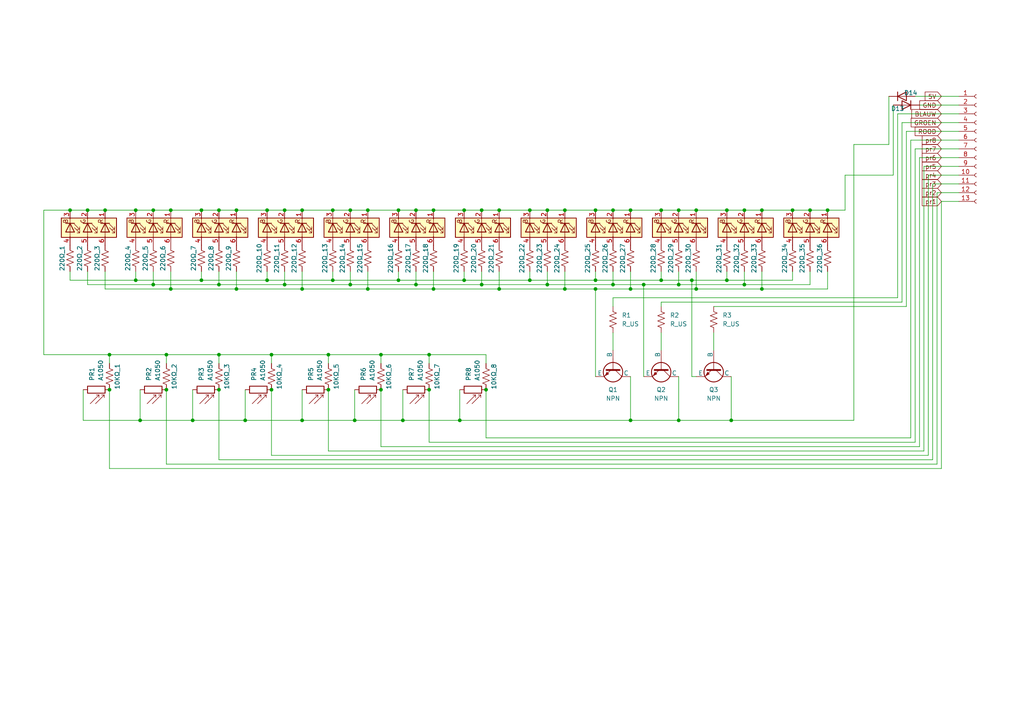
<source format=kicad_sch>
(kicad_sch (version 20231120) (generator "eeschema") (generator_version "8.0")
  (paper "A4")
  (title_block (title "Onderste PCB") (date "2024-10-08") (company "Mendelcollege"))
  (lib_symbols
    (symbol "Connector:Conn_01x13_Socket" (pin_names (offset 1.016) hide)
      (property "Reference" "J" (at 0 17.78 0))
      (property "Value" "Conn_01x13_Socket" (at 0 -17.78 0))
      (symbol "Conn_01x13_Socket_1_1"
        (arc (start 0 -14.732) (mid -0.5058 -15.24) (end 0 -15.748) (stroke (width 0.1524)))
        (arc (start 0 -12.192) (mid -0.5058 -12.7) (end 0 -13.208) (stroke (width 0.1524)))
        (arc (start 0 -9.652) (mid -0.5058 -10.16) (end 0 -10.668) (stroke (width 0.1524)))
        (arc (start 0 -7.112) (mid -0.5058 -7.62) (end 0 -8.128) (stroke (width 0.1524)))
        (arc (start 0 -4.572) (mid -0.5058 -5.08) (end 0 -5.588) (stroke (width 0.1524)))
        (arc (start 0 -2.032) (mid -0.5058 -2.54) (end 0 -3.048) (stroke (width 0.1524)))
        (polyline (pts (xy -1.27 -15.24) (xy -0.508 -15.24)) (stroke (width 0.1524)))
        (polyline (pts (xy -1.27 -12.7) (xy -0.508 -12.7)) (stroke (width 0.1524)))
        (polyline (pts (xy -1.27 -10.16) (xy -0.508 -10.16)) (stroke (width 0.1524)))
        (polyline (pts (xy -1.27 -7.62) (xy -0.508 -7.62)) (stroke (width 0.1524)))
        (polyline (pts (xy -1.27 -5.08) (xy -0.508 -5.08)) (stroke (width 0.1524)))
        (polyline (pts (xy -1.27 -2.54) (xy -0.508 -2.54)) (stroke (width 0.1524)))
        (polyline (pts (xy -1.27 0) (xy -0.508 0)) (stroke (width 0.1524)))
        (polyline (pts (xy -1.27 2.54) (xy -0.508 2.54)) (stroke (width 0.1524)))
        (polyline (pts (xy -1.27 5.08) (xy -0.508 5.08)) (stroke (width 0.1524)))
        (polyline (pts (xy -1.27 7.62) (xy -0.508 7.62)) (stroke (width 0.1524)))
        (polyline (pts (xy -1.27 10.16) (xy -0.508 10.16)) (stroke (width 0.1524)))
        (polyline (pts (xy -1.27 12.7) (xy -0.508 12.7)) (stroke (width 0.1524)))
        (polyline (pts (xy -1.27 15.24) (xy -0.508 15.24)) (stroke (width 0.1524)))
        (arc (start 0 0.508) (mid -0.5058 0) (end 0 -0.508) (stroke (width 0.1524)))
        (arc (start 0 3.048) (mid -0.5058 2.54) (end 0 2.032) (stroke (width 0.1524)))
        (arc (start 0 5.588) (mid -0.5058 5.08) (end 0 4.572) (stroke (width 0.1524)))
        (arc (start 0 8.128) (mid -0.5058 7.62) (end 0 7.112) (stroke (width 0.1524)))
        (arc (start 0 10.668) (mid -0.5058 10.16) (end 0 9.652) (stroke (width 0.1524)))
        (arc (start 0 13.208) (mid -0.5058 12.7) (end 0 12.192) (stroke (width 0.1524)))
        (arc (start 0 15.748) (mid -0.5058 15.24) (end 0 14.732) (stroke (width 0.1524)))
        (pin passive line (at -5.08 15.24 0) (length 3.81) (name "Pin_1") (number "1"))
        (pin passive line (at -5.08 -7.62 0) (length 3.81) (name "Pin_10") (number "10"))
        (pin passive line (at -5.08 -10.16 0) (length 3.81) (name "Pin_11") (number "11"))
        (pin passive line (at -5.08 -12.7 0) (length 3.81) (name "Pin_12") (number "12"))
        (pin passive line (at -5.08 -15.24 0) (length 3.81) (name "Pin_13") (number "13"))
        (pin passive line (at -5.08 12.7 0) (length 3.81) (name "Pin_2") (number "2"))
        (pin passive line (at -5.08 10.16 0) (length 3.81) (name "Pin_3") (number "3"))
        (pin passive line (at -5.08 7.62 0) (length 3.81) (name "Pin_4") (number "4"))
        (pin passive line (at -5.08 5.08 0) (length 3.81) (name "Pin_5") (number "5"))
        (pin passive line (at -5.08 2.54 0) (length 3.81) (name "Pin_6") (number "6"))
        (pin passive line (at -5.08 0 0) (length 3.81) (name "Pin_7") (number "7"))
        (pin passive line (at -5.08 -2.54 0) (length 3.81) (name "Pin_8") (number "8"))
        (pin passive line (at -5.08 -5.08 0) (length 3.81) (name "Pin_9") (number "9"))
      )
    )
    (symbol "Device:LED_RGB" (pin_names (offset 0) hide)
      (property "Reference" "D" (at 0 9.398 0))
      (property "Value" "LED_RGB" (at 0 -8.89 0))
      (symbol "LED_RGB_0_0"
        (text "B" (at -1.905 -6.35 0) (effects (font (size 1.27 1.27))))
        (text "G" (at -1.905 -1.27 0) (effects (font (size 1.27 1.27))))
        (text "R" (at -1.905 3.81 0) (effects (font (size 1.27 1.27))))
      )
      (symbol "LED_RGB_0_1"
        (polyline (pts (xy -1.27 -5.08) (xy -2.54 -5.08)))
        (polyline (pts (xy -1.27 -5.08) (xy 1.27 -5.08)))
        (polyline (pts (xy -1.27 -3.81) (xy -1.27 -6.35)) (stroke (width 0.254)))
        (polyline (pts (xy -1.27 0) (xy -2.54 0)))
        (polyline (pts (xy -1.27 1.27) (xy -1.27 -1.27)) (stroke (width 0.254)))
        (polyline (pts (xy -1.27 5.08) (xy -2.54 5.08)))
        (polyline (pts (xy -1.27 5.08) (xy 1.27 5.08)))
        (polyline (pts (xy -1.27 6.35) (xy -1.27 3.81)) (stroke (width 0.254)))
        (polyline (pts (xy 1.27 -5.08) (xy 2.54 -5.08)))
        (polyline (pts (xy 1.27 0) (xy -1.27 0)))
        (polyline (pts (xy 1.27 0) (xy 2.54 0)))
        (polyline (pts (xy 1.27 5.08) (xy 2.54 5.08)))
        (polyline (pts (xy -1.27 1.27) (xy -1.27 -1.27) (xy -1.27 -1.27)))
        (polyline (pts (xy -1.27 6.35) (xy -1.27 3.81) (xy -1.27 3.81)))
        (polyline (pts (xy 1.27 -3.81) (xy 1.27 -6.35) (xy -1.27 -5.08) (xy 1.27 -3.81)) (stroke (width 0.254)))
        (polyline (pts (xy 1.27 1.27) (xy 1.27 -1.27) (xy -1.27 0) (xy 1.27 1.27)) (stroke (width 0.254)))
        (polyline (pts (xy 1.27 6.35) (xy 1.27 3.81) (xy -1.27 5.08) (xy 1.27 6.35)) (stroke (width 0.254)))
        (polyline (pts (xy -1.016 -3.81) (xy 0.508 -2.286) (xy -0.254 -2.286) (xy 0.508 -2.286) (xy 0.508 -3.048)))
        (polyline (pts (xy -1.016 1.27) (xy 0.508 2.794) (xy -0.254 2.794) (xy 0.508 2.794) (xy 0.508 2.032)))
        (polyline (pts (xy -1.016 6.35) (xy 0.508 7.874) (xy -0.254 7.874) (xy 0.508 7.874) (xy 0.508 7.112)))
        (polyline (pts (xy 0 -3.81) (xy 1.524 -2.286) (xy 0.762 -2.286) (xy 1.524 -2.286) (xy 1.524 -3.048)))
        (polyline (pts (xy 0 1.27) (xy 1.524 2.794) (xy 0.762 2.794) (xy 1.524 2.794) (xy 1.524 2.032)))
        (polyline (pts (xy 0 6.35) (xy 1.524 7.874) (xy 0.762 7.874) (xy 1.524 7.874) (xy 1.524 7.112)))
        (rectangle (start 1.27 -1.27) (end 1.27 1.27))
        (rectangle (start 1.27 1.27) (end 1.27 1.27))
        (rectangle (start 1.27 3.81) (end 1.27 6.35))
        (rectangle (start 1.27 6.35) (end 1.27 6.35))
        (rectangle (start 2.794 8.382) (end -2.794 -7.62) (stroke (width 0.254)) (fill (type background)))
      )
      (symbol "LED_RGB_1_1"
        (pin passive line (at -5.08 5.08 0) (length 2.54) (name "RK") (number "1"))
        (pin passive line (at -5.08 0 0) (length 2.54) (name "GK") (number "2"))
        (pin passive line (at -5.08 -5.08 0) (length 2.54) (name "BK") (number "3"))
        (pin passive line (at 5.08 -5.08 180) (length 2.54) (name "BA") (number "4"))
        (pin passive line (at 5.08 0 180) (length 2.54) (name "GA") (number "5"))
        (pin passive line (at 5.08 5.08 180) (length 2.54) (name "RA") (number "6"))
      )
    )
    (symbol "Library:A1050" (pin_numbers hide) (pin_names (offset 0))
      (property "Reference" "R" (at -5.08 0 90))
      (property "Value" "A1050" (at 1.905 0 90))
      (symbol "A1050_0_1"
        (rectangle (start -1.016 2.54) (end 1.016 -2.54) (stroke (width 0.254)))
        (polyline (pts (xy -1.524 -2.286) (xy -4.064 0.254)))
        (polyline (pts (xy -1.524 -2.286) (xy -2.286 -2.286)))
        (polyline (pts (xy -1.524 -2.286) (xy -1.524 -1.524)))
        (polyline (pts (xy -1.524 -0.762) (xy -4.064 1.778)))
        (polyline (pts (xy -1.524 -0.762) (xy -2.286 -0.762)))
        (polyline (pts (xy -1.524 -0.762) (xy -1.524 0)))
      )
      (symbol "A1050_1_1"
        (pin passive line (at 0 3.81 270) (length 1.27) (name "~") (number "1"))
        (pin passive line (at 0 -3.81 90) (length 1.27) (name "~") (number "2"))
      )
    )
    (symbol "Library:D" (pin_numbers hide) (pin_names (offset 1.016) hide)
      (property "Reference" "D" (at 0 2.54 0))
      (property "Value" "D" (at 0 -2.54 0))
      (symbol "D_0_1"
        (polyline (pts (xy -1.27 1.27) (xy -1.27 -1.27)) (stroke (width 0.254)))
        (polyline (pts (xy 1.27 0) (xy -1.27 0)))
        (polyline (pts (xy 1.27 1.27) (xy 1.27 -1.27) (xy -1.27 0) (xy 1.27 1.27)) (stroke (width 0.254)))
      )
      (symbol "D_1_1"
        (pin passive line (at -3.81 0 0) (length 2.54) (name "K") (number "1"))
        (pin passive line (at 3.81 0 180) (length 2.54) (name "A") (number "2"))
      )
    )
    (symbol "Library:NPN" (pin_numbers hide) (pin_names (offset 0))
      (property "Reference" "Q" (at -2.54 7.62 0))
      (property "Value" "NPN" (at -2.54 5.08 0))
      (symbol "NPN_0_1"
        (polyline (pts (xy -2.54 0) (xy 0.635 0)) (stroke (width 0.1524)))
        (polyline (pts (xy 0.635 0.635) (xy 2.54 2.54)))
        (polyline (pts (xy 2.794 -1.27) (xy 2.794 -1.27)) (stroke (width 0.1524)))
        (polyline (pts (xy 2.794 -1.27) (xy 2.794 -1.27)) (stroke (width 0.1524)))
        (polyline (pts (xy 0.635 -0.635) (xy 2.54 -2.54) (xy 2.54 -2.54)))
        (polyline (pts (xy 0.635 1.905) (xy 0.635 -1.905) (xy 0.635 -1.905)) (stroke (width 0.508)))
        (polyline (pts (xy 1.27 -1.778) (xy 1.778 -1.27) (xy 2.286 -2.286) (xy 1.27 -1.778) (xy 1.27 -1.778)) (fill (type outline)))
        (circle (center 1.27 0) (radius 2.8194) (stroke (width 0.254)))
      )
      (symbol "NPN_1_1"
        (pin open_collector line (at 2.54 5.08 270) (length 2.54) (name "C") (number "1"))
        (pin input line (at -5.08 0 0) (length 2.54) (name "B") (number "2"))
        (pin open_emitter line (at 2.54 -5.08 90) (length 2.54) (name "E") (number "3"))
      )
    )
    (symbol "Library:R_US" (pin_numbers hide) (pin_names (offset 0))
      (property "Reference" "R" (at 2.54 0 90))
      (property "Value" "R_US" (at -2.54 0 90))
      (symbol "R_US_0_1"
        (polyline (pts (xy 0 -2.286) (xy 0 -2.54)))
        (polyline (pts (xy 0 2.286) (xy 0 2.54)))
        (polyline (pts (xy 0 -0.762) (xy 1.016 -1.143) (xy 0 -1.524) (xy -1.016 -1.905) (xy 0 -2.286)))
        (polyline (pts (xy 0 0.762) (xy 1.016 0.381) (xy 0 0) (xy -1.016 -0.381) (xy 0 -0.762)))
        (polyline (pts (xy 0 2.286) (xy 1.016 1.905) (xy 0 1.524) (xy -1.016 1.143) (xy 0 0.762)))
      )
      (symbol "R_US_1_1"
        (pin passive line (at 0 3.81 270) (length 1.27) (name "~") (number "1"))
        (pin passive line (at 0 -3.81 90) (length 1.27) (name "~") (number "2"))
      )
    )
  )
  (junction (at 102.87 121.92))
  (junction (at 125.73 60.96))
  (junction (at 196.85 121.92))
  (junction (at 101.6 82.55))
  (junction (at 77.47 81.28))
  (junction (at 48.26 102.87))
  (junction (at 144.78 83.82))
  (junction (at 116.84 121.92))
  (junction (at 71.12 121.92))
  (junction (at 182.88 83.82))
  (junction (at 144.78 60.96))
  (junction (at 63.5 113.03))
  (junction (at 20.32 60.96))
  (junction (at 240.03 60.96))
  (junction (at 39.37 81.28))
  (junction (at 212.09 121.92))
  (junction (at 58.42 81.28))
  (junction (at 82.55 82.55))
  (junction (at 39.37 60.96))
  (junction (at 95.25 113.03))
  (junction (at 101.6 60.96))
  (junction (at 133.35 121.92))
  (junction (at 139.7 82.55))
  (junction (at 163.83 60.96))
  (junction (at 82.55 60.96))
  (junction (at 115.57 60.96))
  (junction (at 49.53 83.82))
  (junction (at 110.49 113.03))
  (junction (at 158.75 60.96))
  (junction (at 201.93 83.82))
  (junction (at 31.75 102.87))
  (junction (at 191.77 60.96))
  (junction (at 49.53 60.96))
  (junction (at 139.7 60.96))
  (junction (at 87.63 121.92))
  (junction (at 106.68 60.96))
  (junction (at 134.62 60.96))
  (junction (at 125.73 83.82))
  (junction (at 48.26 113.03))
  (junction (at 68.58 83.82))
  (junction (at 234.95 60.96))
  (junction (at 201.93 60.96))
  (junction (at 215.9 60.96))
  (junction (at 182.88 121.92))
  (junction (at 115.57 81.28))
  (junction (at 30.48 60.96))
  (junction (at 200.66 81.28))
  (junction (at 220.98 60.96))
  (junction (at 158.75 82.55))
  (junction (at 140.97 113.03))
  (junction (at 210.82 60.96))
  (junction (at 196.85 82.55))
  (junction (at 186.69 82.55))
  (junction (at 96.52 60.96))
  (junction (at 229.87 60.96))
  (junction (at 55.88 121.92))
  (junction (at 63.5 102.87))
  (junction (at 58.42 60.96))
  (junction (at 44.45 82.55))
  (junction (at 172.72 81.28))
  (junction (at 196.85 60.96))
  (junction (at 78.74 113.03))
  (junction (at 124.46 102.87))
  (junction (at 153.67 60.96))
  (junction (at 172.72 83.82))
  (junction (at 134.62 81.28))
  (junction (at 182.88 60.96))
  (junction (at 87.63 60.96))
  (junction (at 210.82 81.28))
  (junction (at 68.58 60.96))
  (junction (at 63.5 82.55))
  (junction (at 172.72 60.96))
  (junction (at 77.47 60.96))
  (junction (at 124.46 113.03))
  (junction (at 40.64 121.92))
  (junction (at 44.45 60.96))
  (junction (at 153.67 81.28))
  (junction (at 110.49 102.87))
  (junction (at 220.98 83.82))
  (junction (at 215.9 82.55))
  (junction (at 177.8 82.55))
  (junction (at 163.83 83.82))
  (junction (at 191.77 81.28))
  (junction (at 120.65 82.55))
  (junction (at 177.8 60.96))
  (junction (at 63.5 60.96))
  (junction (at 120.65 60.96))
  (junction (at 96.52 81.28))
  (junction (at 78.74 102.87))
  (junction (at 106.68 83.82))
  (junction (at 25.4 60.96))
  (junction (at 95.25 102.87))
  (junction (at 87.63 83.82))
  (junction (at 31.75 113.03))
  (wire (pts (xy 261.62 87.63) (xy 191.77 87.63)))
  (wire (pts (xy 177.8 82.55) (xy 177.8 78.74)))
  (wire (pts (xy 95.25 102.87) (xy 95.25 105.41)))
  (wire (pts (xy 106.68 83.82) (xy 106.68 78.74)))
  (wire (pts (xy 134.62 81.28) (xy 134.62 78.74)))
  (wire (pts (xy 264.16 40.64) (xy 278.13 40.64)))
  (wire (pts (xy 261.62 35.56) (xy 278.13 35.56)))
  (wire (pts (xy 264.16 127) (xy 264.16 40.64)))
  (wire (pts (xy 262.89 38.1) (xy 262.89 88.9)))
  (wire (pts (xy 133.35 121.92) (xy 182.88 121.92)))
  (wire (pts (xy 101.6 60.96) (xy 106.68 60.96)))
  (wire (pts (xy 182.88 121.92) (xy 196.85 121.92)))
  (wire (pts (xy 116.84 121.92) (xy 133.35 121.92)))
  (wire (pts (xy 87.63 121.92) (xy 87.63 113.03)))
  (wire (pts (xy 63.5 82.55) (xy 63.5 78.74)))
  (wire (pts (xy 139.7 82.55) (xy 120.65 82.55)))
  (wire (pts (xy 229.87 81.28) (xy 229.87 78.74)))
  (wire (pts (xy 55.88 113.03) (xy 55.88 121.92)))
  (wire (pts (xy 234.95 78.74) (xy 234.95 82.55)))
  (wire (pts (xy 240.03 83.82) (xy 240.03 78.74)))
  (wire (pts (xy 212.09 121.92) (xy 247.65 121.92)))
  (wire (pts (xy 110.49 129.54) (xy 266.7 129.54)))
  (wire (pts (xy 78.74 132.08) (xy 269.24 132.08)))
  (wire (pts (xy 270.51 53.34) (xy 278.13 53.34)))
  (wire (pts (xy 200.66 81.28) (xy 210.82 81.28)))
  (wire (pts (xy 96.52 81.28) (xy 115.57 81.28)))
  (wire (pts (xy 110.49 105.41) (xy 110.49 102.87)))
  (wire (pts (xy 115.57 60.96) (xy 120.65 60.96)))
  (wire (pts (xy 20.32 81.28) (xy 39.37 81.28)))
  (wire (pts (xy 270.51 133.35) (xy 63.5 133.35)))
  (wire (pts (xy 12.7 60.96) (xy 20.32 60.96)))
  (wire (pts (xy 210.82 81.28) (xy 210.82 78.74)))
  (wire (pts (xy 220.98 83.82) (xy 220.98 78.74)))
  (wire (pts (xy 267.97 48.26) (xy 278.13 48.26)))
  (wire (pts (xy 63.5 60.96) (xy 68.58 60.96)))
  (wire (pts (xy 30.48 83.82) (xy 49.53 83.82)))
  (wire (pts (xy 220.98 60.96) (xy 229.87 60.96)))
  (wire (pts (xy 102.87 121.92) (xy 87.63 121.92)))
  (wire (pts (xy 63.5 113.03) (xy 63.5 133.35)))
  (wire (pts (xy 110.49 102.87) (xy 124.46 102.87)))
  (wire (pts (xy 191.77 60.96) (xy 196.85 60.96)))
  (wire (pts (xy 153.67 81.28) (xy 172.72 81.28)))
  (wire (pts (xy 63.5 105.41) (xy 63.5 102.87)))
  (wire (pts (xy 40.64 121.92) (xy 24.13 121.92)))
  (wire (pts (xy 39.37 60.96) (xy 44.45 60.96)))
  (wire (pts (xy 191.77 87.63) (xy 191.77 88.9)))
  (wire (pts (xy 245.11 50.8) (xy 259.08 50.8)))
  (wire (pts (xy 71.12 121.92) (xy 71.12 113.03)))
  (wire (pts (xy 30.48 78.74) (xy 30.48 83.82)))
  (wire (pts (xy 78.74 102.87) (xy 95.25 102.87)))
  (wire (pts (xy 196.85 60.96) (xy 201.93 60.96)))
  (wire (pts (xy 265.43 128.27) (xy 124.46 128.27)))
  (wire (pts (xy 124.46 105.41) (xy 124.46 102.87)))
  (wire (pts (xy 96.52 60.96) (xy 101.6 60.96)))
  (wire (pts (xy 96.52 81.28) (xy 96.52 78.74)))
  (wire (pts (xy 182.88 121.92) (xy 182.88 109.22)))
  (wire (pts (xy 124.46 102.87) (xy 140.97 102.87)))
  (wire (pts (xy 182.88 83.82) (xy 182.88 78.74)))
  (wire (pts (xy 102.87 121.92) (xy 116.84 121.92)))
  (wire (pts (xy 24.13 121.92) (xy 24.13 113.03)))
  (wire (pts (xy 186.69 109.22) (xy 186.69 82.55)))
  (wire (pts (xy 120.65 82.55) (xy 120.65 78.74)))
  (wire (pts (xy 201.93 109.22) (xy 200.66 109.22)))
  (wire (pts (xy 25.4 82.55) (xy 25.4 78.74)))
  (wire (pts (xy 63.5 82.55) (xy 44.45 82.55)))
  (wire (pts (xy 153.67 81.28) (xy 153.67 78.74)))
  (wire (pts (xy 201.93 83.82) (xy 201.93 78.74)))
  (wire (pts (xy 44.45 82.55) (xy 44.45 78.74)))
  (wire (pts (xy 77.47 81.28) (xy 96.52 81.28)))
  (wire (pts (xy 140.97 127) (xy 264.16 127)))
  (wire (pts (xy 163.83 83.82) (xy 163.83 78.74)))
  (wire (pts (xy 234.95 60.96) (xy 240.03 60.96)))
  (wire (pts (xy 266.7 129.54) (xy 266.7 45.72)))
  (wire (pts (xy 78.74 105.41) (xy 78.74 102.87)))
  (wire (pts (xy 58.42 81.28) (xy 58.42 78.74)))
  (wire (pts (xy 177.8 88.9) (xy 177.8 86.36)))
  (wire (pts (xy 229.87 60.96) (xy 234.95 60.96)))
  (wire (pts (xy 39.37 81.28) (xy 58.42 81.28)))
  (wire (pts (xy 58.42 60.96) (xy 63.5 60.96)))
  (wire (pts (xy 210.82 60.96) (xy 215.9 60.96)))
  (wire (pts (xy 87.63 83.82) (xy 87.63 78.74)))
  (wire (pts (xy 273.05 135.89) (xy 31.75 135.89)))
  (wire (pts (xy 49.53 60.96) (xy 58.42 60.96)))
  (wire (pts (xy 177.8 96.52) (xy 177.8 101.6)))
  (wire (pts (xy 48.26 102.87) (xy 48.26 105.41)))
  (wire (pts (xy 58.42 81.28) (xy 77.47 81.28)))
  (wire (pts (xy 271.78 55.88) (xy 271.78 134.62)))
  (wire (pts (xy 133.35 121.92) (xy 133.35 113.03)))
  (wire (pts (xy 106.68 60.96) (xy 115.57 60.96)))
  (wire (pts (xy 25.4 60.96) (xy 30.48 60.96)))
  (wire (pts (xy 245.11 50.8) (xy 245.11 60.96)))
  (wire (pts (xy 68.58 83.82) (xy 68.58 78.74)))
  (wire (pts (xy 207.01 88.9) (xy 262.89 88.9)))
  (wire (pts (xy 78.74 113.03) (xy 78.74 132.08)))
  (wire (pts (xy 265.43 43.18) (xy 265.43 128.27)))
  (wire (pts (xy 265.43 43.18) (xy 278.13 43.18)))
  (wire (pts (xy 77.47 81.28) (xy 77.47 78.74)))
  (wire (pts (xy 153.67 60.96) (xy 158.75 60.96)))
  (wire (pts (xy 20.32 78.74) (xy 20.32 81.28)))
  (wire (pts (xy 49.53 83.82) (xy 49.53 78.74)))
  (wire (pts (xy 12.7 102.87) (xy 31.75 102.87)))
  (wire (pts (xy 269.24 132.08) (xy 269.24 50.8)))
  (wire (pts (xy 177.8 60.96) (xy 182.88 60.96)))
  (wire (pts (xy 273.05 135.89) (xy 273.05 58.42)))
  (wire (pts (xy 182.88 60.96) (xy 191.77 60.96)))
  (wire (pts (xy 266.7 30.48) (xy 278.13 30.48)))
  (wire (pts (xy 191.77 81.28) (xy 200.66 81.28)))
  (wire (pts (xy 186.69 82.55) (xy 196.85 82.55)))
  (wire (pts (xy 63.5 102.87) (xy 48.26 102.87)))
  (wire (pts (xy 115.57 81.28) (xy 115.57 78.74)))
  (wire (pts (xy 247.65 41.91) (xy 247.65 121.92)))
  (wire (pts (xy 77.47 60.96) (xy 82.55 60.96)))
  (wire (pts (xy 201.93 60.96) (xy 210.82 60.96)))
  (wire (pts (xy 200.66 109.22) (xy 200.66 81.28)))
  (wire (pts (xy 172.72 60.96) (xy 177.8 60.96)))
  (wire (pts (xy 31.75 102.87) (xy 48.26 102.87)))
  (wire (pts (xy 182.88 83.82) (xy 201.93 83.82)))
  (wire (pts (xy 82.55 82.55) (xy 82.55 78.74)))
  (wire (pts (xy 196.85 109.22) (xy 196.85 121.92)))
  (wire (pts (xy 63.5 102.87) (xy 78.74 102.87)))
  (wire (pts (xy 210.82 81.28) (xy 229.87 81.28)))
  (wire (pts (xy 87.63 83.82) (xy 106.68 83.82)))
  (wire (pts (xy 134.62 60.96) (xy 139.7 60.96)))
  (wire (pts (xy 267.97 130.81) (xy 95.25 130.81)))
  (wire (pts (xy 125.73 83.82) (xy 125.73 78.74)))
  (wire (pts (xy 259.08 50.8) (xy 259.08 30.48)))
  (wire (pts (xy 102.87 113.03) (xy 102.87 121.92)))
  (wire (pts (xy 116.84 121.92) (xy 116.84 113.03)))
  (wire (pts (xy 172.72 109.22) (xy 172.72 83.82)))
  (wire (pts (xy 177.8 86.36) (xy 260.35 86.36)))
  (wire (pts (xy 101.6 82.55) (xy 82.55 82.55)))
  (wire (pts (xy 134.62 81.28) (xy 153.67 81.28)))
  (wire (pts (xy 31.75 105.41) (xy 31.75 102.87)))
  (wire (pts (xy 140.97 102.87) (xy 140.97 105.41)))
  (wire (pts (xy 273.05 58.42) (xy 278.13 58.42)))
  (wire (pts (xy 55.88 121.92) (xy 71.12 121.92)))
  (wire (pts (xy 110.49 102.87) (xy 95.25 102.87)))
  (wire (pts (xy 49.53 83.82) (xy 68.58 83.82)))
  (wire (pts (xy 125.73 60.96) (xy 134.62 60.96)))
  (wire (pts (xy 144.78 83.82) (xy 144.78 78.74)))
  (wire (pts (xy 48.26 113.03) (xy 48.26 134.62)))
  (wire (pts (xy 240.03 60.96) (xy 245.11 60.96)))
  (wire (pts (xy 212.09 109.22) (xy 212.09 121.92)))
  (wire (pts (xy 158.75 82.55) (xy 139.7 82.55)))
  (wire (pts (xy 215.9 60.96) (xy 220.98 60.96)))
  (wire (pts (xy 163.83 83.82) (xy 172.72 83.82)))
  (wire (pts (xy 191.77 81.28) (xy 191.77 78.74)))
  (wire (pts (xy 247.65 41.91) (xy 257.81 41.91)))
  (wire (pts (xy 220.98 83.82) (xy 240.03 83.82)))
  (wire (pts (xy 82.55 82.55) (xy 63.5 82.55)))
  (wire (pts (xy 265.43 27.94) (xy 278.13 27.94)))
  (wire (pts (xy 267.97 48.26) (xy 267.97 130.81)))
  (wire (pts (xy 201.93 83.82) (xy 220.98 83.82)))
  (wire (pts (xy 196.85 121.92) (xy 212.09 121.92)))
  (wire (pts (xy 269.24 50.8) (xy 278.13 50.8)))
  (wire (pts (xy 262.89 38.1) (xy 278.13 38.1)))
  (wire (pts (xy 125.73 83.82) (xy 144.78 83.82)))
  (wire (pts (xy 271.78 55.88) (xy 278.13 55.88)))
  (wire (pts (xy 139.7 82.55) (xy 139.7 78.74)))
  (wire (pts (xy 31.75 113.03) (xy 31.75 135.89)))
  (wire (pts (xy 39.37 81.28) (xy 39.37 78.74)))
  (wire (pts (xy 191.77 96.52) (xy 191.77 101.6)))
  (wire (pts (xy 106.68 83.82) (xy 125.73 83.82)))
  (wire (pts (xy 120.65 60.96) (xy 125.73 60.96)))
  (wire (pts (xy 55.88 121.92) (xy 40.64 121.92)))
  (wire (pts (xy 266.7 45.72) (xy 278.13 45.72)))
  (wire (pts (xy 261.62 35.56) (xy 261.62 87.63)))
  (wire (pts (xy 257.81 41.91) (xy 257.81 27.94)))
  (wire (pts (xy 68.58 83.82) (xy 87.63 83.82)))
  (wire (pts (xy 140.97 127) (xy 140.97 113.03)))
  (wire (pts (xy 30.48 60.96) (xy 39.37 60.96)))
  (wire (pts (xy 110.49 113.03) (xy 110.49 129.54)))
  (wire (pts (xy 139.7 60.96) (xy 144.78 60.96)))
  (wire (pts (xy 120.65 82.55) (xy 101.6 82.55)))
  (wire (pts (xy 177.8 82.55) (xy 158.75 82.55)))
  (wire (pts (xy 207.01 101.6) (xy 207.01 96.52)))
  (wire (pts (xy 68.58 60.96) (xy 77.47 60.96)))
  (wire (pts (xy 172.72 81.28) (xy 191.77 81.28)))
  (wire (pts (xy 177.8 82.55) (xy 186.69 82.55)))
  (wire (pts (xy 124.46 113.03) (xy 124.46 128.27)))
  (wire (pts (xy 44.45 82.55) (xy 25.4 82.55)))
  (wire (pts (xy 260.35 33.02) (xy 278.13 33.02)))
  (wire (pts (xy 115.57 81.28) (xy 134.62 81.28)))
  (wire (pts (xy 20.32 60.96) (xy 25.4 60.96)))
  (wire (pts (xy 87.63 60.96) (xy 96.52 60.96)))
  (wire (pts (xy 260.35 33.02) (xy 260.35 86.36)))
  (wire (pts (xy 95.25 113.03) (xy 95.25 130.81)))
  (wire (pts (xy 12.7 102.87) (xy 12.7 60.96)))
  (wire (pts (xy 234.95 82.55) (xy 215.9 82.55)))
  (wire (pts (xy 215.9 82.55) (xy 215.9 78.74)))
  (wire (pts (xy 40.64 121.92) (xy 40.64 113.03)))
  (wire (pts (xy 163.83 60.96) (xy 172.72 60.96)))
  (wire (pts (xy 270.51 53.34) (xy 270.51 133.35)))
  (wire (pts (xy 172.72 81.28) (xy 172.72 78.74)))
  (wire (pts (xy 215.9 82.55) (xy 196.85 82.55)))
  (wire (pts (xy 158.75 60.96) (xy 163.83 60.96)))
  (wire (pts (xy 44.45 60.96) (xy 49.53 60.96)))
  (wire (pts (xy 82.55 60.96) (xy 87.63 60.96)))
  (wire (pts (xy 158.75 82.55) (xy 158.75 78.74)))
  (wire (pts (xy 48.26 134.62) (xy 271.78 134.62)))
  (wire (pts (xy 144.78 83.82) (xy 163.83 83.82)))
  (wire (pts (xy 144.78 60.96) (xy 153.67 60.96)))
  (wire (pts (xy 101.6 82.55) (xy 101.6 78.74)))
  (wire (pts (xy 87.63 121.92) (xy 71.12 121.92)))
  (wire (pts (xy 172.72 83.82) (xy 182.88 83.82)))
  (wire (pts (xy 196.85 82.55) (xy 196.85 78.74)))
  (global_label "pr4" (shape input) (at 273.05 50.8 180) (property "Intersheetrefs" "${INTERSHEET_REFS}" (effects (hide yes))))
  (global_label "GROEN" (shape input) (at 273.05 35.56 180) (property "Intersheetrefs" "${INTERSHEET_REFS}" (effects (hide yes))))
  (global_label "pr8" (shape input) (at 273.05 40.64 180) (property "Intersheetrefs" "${INTERSHEET_REFS}" (effects (hide yes))))
  (global_label "pr5" (shape input) (at 273.05 48.26 180) (property "Intersheetrefs" "${INTERSHEET_REFS}" (effects (hide yes))))
  (global_label "pr3" (shape input) (at 273.05 53.34 180) (property "Intersheetrefs" "${INTERSHEET_REFS}" (effects (hide yes))))
  (global_label "GND" (shape input) (at 273.05 30.48 180) (property "Intersheetrefs" "${INTERSHEET_REFS}" (effects (hide yes))))
  (global_label "pr2" (shape input) (at 273.05 55.88 180) (property "Intersheetrefs" "${INTERSHEET_REFS}" (effects (hide yes))))
  (global_label "BLAUW" (shape input) (at 273.05 33.02 180) (property "Intersheetrefs" "${INTERSHEET_REFS}" (effects (hide yes))))
  (global_label "ROOD" (shape input) (at 273.05 38.1 180) (property "Intersheetrefs" "${INTERSHEET_REFS}" (effects (hide yes))))
  (global_label "pr7" (shape input) (at 273.05 43.18 180) (property "Intersheetrefs" "${INTERSHEET_REFS}" (effects (hide yes))))
  (global_label "pr6" (shape input) (at 273.05 45.72 180) (property "Intersheetrefs" "${INTERSHEET_REFS}" (effects (hide yes))))
  (global_label "pr1" (shape input) (at 273.05 58.42 180) (property "Intersheetrefs" "${INTERSHEET_REFS}" (effects (hide yes))))
  (global_label "5V" (shape input) (at 273.05 27.94 180) (property "Intersheetrefs" "${INTERSHEET_REFS}" (effects (hide yes))))
  (symbol (lib_id "Library:R_US") (at 96.52 74.93 0) (unit 1)
    (property "Reference" "220Ω_13" (at 94.234 74.93 90))
    (property "Value" "R_US" (effects (hide yes)))
    (property "Footprint" "Resistor_THT:R_Axial_DIN0207_L6.3mm_D2.5mm_P10.16mm_Horizontal" (effects (hide yes)))
    (property "Description" "Resistor, US symbol" (effects (hide yes)))
  )
  (symbol (lib_id "Library:R_US") (at 177.8 74.93 0) (unit 1)
    (property "Reference" "220Ω_26" (at 175.514 74.93 90))
    (property "Value" "R_US" (effects (hide yes)))
    (property "Footprint" "Resistor_THT:R_Axial_DIN0207_L6.3mm_D2.5mm_P10.16mm_Horizontal" (effects (hide yes)))
    (property "Description" "Resistor, US symbol" (effects (hide yes)))
  )
  (symbol (lib_id "Device:LED_RGB") (at 63.5 66.04 270) (unit 1)
    (property "Reference" "D3" (effects (hide yes)))
    (property "Value" "LED_RGB" (effects (hide yes)))
    (property "Footprint" "LED_SMD:LED_RGB_5050-6" (effects (hide yes)))
    (property "Description" "RGB LED, 6 pin package" (effects (hide yes)))
  )
  (symbol (lib_id "Library:A1050") (at 44.45 113.03 90) (unit 1)
    (property "Reference" "PR2" (at 43.1799 110.49 0) (effects (justify left)))
    (property "Value" "A1050" (at 45.7199 110.49 0) (effects (justify left)))
    (property "Footprint" "Library:FOTORES" (effects (hide yes)))
    (property "Datasheet" "http://cdn-reichelt.de/documents/datenblatt/A500/A106012.pdf" (effects (hide yes)))
    (property "Description" "light dependent resistor" (effects (hide yes)))
  )
  (symbol (lib_id "Library:R_US") (at 229.87 74.93 0) (unit 1)
    (property "Reference" "220Ω_34" (at 227.584 74.93 90))
    (property "Value" "R_US" (effects (hide yes)))
    (property "Footprint" "Resistor_THT:R_Axial_DIN0207_L6.3mm_D2.5mm_P10.16mm_Horizontal" (effects (hide yes)))
    (property "Description" "Resistor, US symbol" (effects (hide yes)))
  )
  (symbol (lib_id "Device:LED_RGB") (at 44.45 66.04 270) (unit 1)
    (property "Reference" "D2" (effects (hide yes)))
    (property "Value" "LED_RGB" (effects (hide yes)))
    (property "Footprint" "LED_SMD:LED_RGB_5050-6" (effects (hide yes)))
    (property "Description" "RGB LED, 6 pin package" (effects (hide yes)))
  )
  (symbol (lib_id "Library:R_US") (at 207.01 92.71 180) (unit 1)
    (property "Reference" "R3" (at 209.55 91.4399 0) (effects (justify right)))
    (property "Value" "R_US" (at 209.55 93.9799 0) (effects (justify right)))
    (property "Footprint" "Resistor_THT:R_Axial_DIN0207_L6.3mm_D2.5mm_P10.16mm_Horizontal" (effects (hide yes)))
    (property "Description" "Resistor, US symbol" (effects (hide yes)))
  )
  (symbol (lib_id "Library:R_US") (at 63.5 109.22 180) (unit 1)
    (property "Reference" "10KΩ_3" (at 65.786 109.22 90))
    (property "Value" "R_US" (effects (hide yes)))
    (property "Footprint" "Resistor_THT:R_Axial_DIN0207_L6.3mm_D2.5mm_P10.16mm_Horizontal" (effects (hide yes)))
    (property "Description" "Resistor, US symbol" (effects (hide yes)))
  )
  (symbol (lib_id "Library:A1050") (at 120.65 113.03 90) (unit 1)
    (property "Reference" "PR7" (at 119.3799 110.49 0) (effects (justify left)))
    (property "Value" "A1050" (at 121.9199 110.49 0) (effects (justify left)))
    (property "Footprint" "Library:FOTORES" (effects (hide yes)))
    (property "Datasheet" "http://cdn-reichelt.de/documents/datenblatt/A500/A106012.pdf" (effects (hide yes)))
    (property "Description" "light dependent resistor" (effects (hide yes)))
  )
  (symbol (lib_id "Library:R_US") (at 31.75 109.22 180) (unit 1)
    (property "Reference" "10KΩ_1" (at 34.036 109.22 90))
    (property "Value" "R_US" (effects (hide yes)))
    (property "Footprint" "Resistor_THT:R_Axial_DIN0207_L6.3mm_D2.5mm_P10.16mm_Horizontal" (effects (hide yes)))
    (property "Description" "Resistor, US symbol" (effects (hide yes)))
  )
  (symbol (lib_id "Device:LED_RGB") (at 120.65 66.04 270) (unit 1)
    (property "Reference" "D6" (effects (hide yes)))
    (property "Value" "LED_RGB" (effects (hide yes)))
    (property "Footprint" "LED_SMD:LED_RGB_5050-6" (effects (hide yes)))
    (property "Description" "RGB LED, 6 pin package" (effects (hide yes)))
  )
  (symbol (lib_id "Device:LED_RGB") (at 139.7 66.04 270) (unit 1)
    (property "Reference" "D7" (effects (hide yes)))
    (property "Value" "LED_RGB" (effects (hide yes)))
    (property "Footprint" "LED_SMD:LED_RGB_5050-6" (effects (hide yes)))
    (property "Description" "RGB LED, 6 pin package" (effects (hide yes)))
  )
  (symbol (lib_id "Device:LED_RGB") (at 82.55 66.04 270) (unit 1)
    (property "Reference" "D4" (effects (hide yes)))
    (property "Value" "LED_RGB" (effects (hide yes)))
    (property "Footprint" "LED_SMD:LED_RGB_5050-6" (effects (hide yes)))
    (property "Description" "RGB LED, 6 pin package" (effects (hide yes)))
  )
  (symbol (lib_id "Device:LED_RGB") (at 177.8 66.04 270) (unit 1)
    (property "Reference" "D9" (effects (hide yes)))
    (property "Value" "LED_RGB" (effects (hide yes)))
    (property "Footprint" "LED_SMD:LED_RGB_5050-6" (effects (hide yes)))
    (property "Description" "RGB LED, 6 pin package" (effects (hide yes)))
  )
  (symbol (lib_id "Library:R_US") (at 191.77 92.71 180) (unit 1)
    (property "Reference" "R2" (at 194.31 91.4399 0) (effects (justify right)))
    (property "Value" "R_US" (at 194.31 93.9799 0) (effects (justify right)))
    (property "Footprint" "Resistor_THT:R_Axial_DIN0207_L6.3mm_D2.5mm_P10.16mm_Horizontal" (effects (hide yes)))
    (property "Description" "Resistor, US symbol" (effects (hide yes)))
  )
  (symbol (lib_id "Library:R_US") (at 68.58 74.93 0) (unit 1)
    (property "Reference" "220Ω_9" (at 66.294 74.93 90))
    (property "Value" "R_US" (effects (hide yes)))
    (property "Footprint" "Resistor_THT:R_Axial_DIN0207_L6.3mm_D2.5mm_P10.16mm_Horizontal" (effects (hide yes)))
    (property "Description" "Resistor, US symbol" (effects (hide yes)))
  )
  (symbol (lib_id "Library:R_US") (at 201.93 74.93 0) (unit 1)
    (property "Reference" "220Ω_30" (at 199.644 74.93 90))
    (property "Value" "R_US" (effects (hide yes)))
    (property "Footprint" "Resistor_THT:R_Axial_DIN0207_L6.3mm_D2.5mm_P10.16mm_Horizontal" (effects (hide yes)))
    (property "Description" "Resistor, US symbol" (effects (hide yes)))
  )
  (symbol (lib_id "Library:R_US") (at 95.25 109.22 180) (unit 1)
    (property "Reference" "10KΩ_5" (at 97.536 109.22 90))
    (property "Value" "R_US" (effects (hide yes)))
    (property "Footprint" "Resistor_THT:R_Axial_DIN0207_L6.3mm_D2.5mm_P10.16mm_Horizontal" (effects (hide yes)))
    (property "Description" "Resistor, US symbol" (effects (hide yes)))
  )
  (symbol (lib_id "Library:R_US") (at 134.62 74.93 0) (unit 1)
    (property "Reference" "220Ω_19" (at 132.334 74.93 90))
    (property "Value" "R_US" (effects (hide yes)))
    (property "Footprint" "Resistor_THT:R_Axial_DIN0207_L6.3mm_D2.5mm_P10.16mm_Horizontal" (effects (hide yes)))
    (property "Description" "Resistor, US symbol" (effects (hide yes)))
  )
  (symbol (lib_id "Library:R_US") (at 48.26 109.22 180) (unit 1)
    (property "Reference" "10KΩ_2" (at 50.546 109.22 90))
    (property "Value" "R_US" (effects (hide yes)))
    (property "Footprint" "Resistor_THT:R_Axial_DIN0207_L6.3mm_D2.5mm_P10.16mm_Horizontal" (effects (hide yes)))
    (property "Description" "Resistor, US symbol" (effects (hide yes)))
  )
  (symbol (lib_id "Library:A1050") (at 106.68 113.03 90) (unit 1)
    (property "Reference" "PR6" (at 105.4099 110.49 0) (effects (justify left)))
    (property "Value" "A1050" (at 107.9499 110.49 0) (effects (justify left)))
    (property "Footprint" "Library:FOTORES" (effects (hide yes)))
    (property "Datasheet" "http://cdn-reichelt.de/documents/datenblatt/A500/A106012.pdf" (effects (hide yes)))
    (property "Description" "light dependent resistor" (effects (hide yes)))
  )
  (symbol (lib_id "Library:A1050") (at 137.16 113.03 90) (unit 1)
    (property "Reference" "PR8" (at 135.8899 110.49 0) (effects (justify left)))
    (property "Value" "A1050" (at 138.4299 110.49 0) (effects (justify left)))
    (property "Footprint" "Library:FOTORES" (effects (hide yes)))
    (property "Datasheet" "http://cdn-reichelt.de/documents/datenblatt/A500/A106012.pdf" (effects (hide yes)))
    (property "Description" "light dependent resistor" (effects (hide yes)))
  )
  (symbol (lib_id "Library:R_US") (at 125.73 74.93 0) (unit 1)
    (property "Reference" "220Ω_18" (at 123.444 74.93 90))
    (property "Value" "R_US" (effects (hide yes)))
    (property "Footprint" "Resistor_THT:R_Axial_DIN0207_L6.3mm_D2.5mm_P10.16mm_Horizontal" (effects (hide yes)))
    (property "Description" "Resistor, US symbol" (effects (hide yes)))
  )
  (symbol (lib_id "Device:LED_RGB") (at 158.75 66.04 270) (unit 1)
    (property "Reference" "D8" (effects (hide yes)))
    (property "Value" "LED_RGB" (effects (hide yes)))
    (property "Footprint" "LED_SMD:LED_RGB_5050-6" (effects (hide yes)))
    (property "Description" "RGB LED, 6 pin package" (effects (hide yes)))
  )
  (symbol (lib_id "Library:R_US") (at 240.03 74.93 0) (unit 1)
    (property "Reference" "220Ω_36" (at 237.744 74.93 90))
    (property "Value" "R_US" (effects (hide yes)))
    (property "Footprint" "Resistor_THT:R_Axial_DIN0207_L6.3mm_D2.5mm_P10.16mm_Horizontal" (effects (hide yes)))
    (property "Description" "Resistor, US symbol" (effects (hide yes)))
  )
  (symbol (lib_id "Library:R_US") (at 20.32 74.93 0) (unit 1)
    (property "Reference" "220Ω_1" (at 18.034 74.93 90))
    (property "Value" "R_US" (effects (hide yes)))
    (property "Footprint" "Resistor_THT:R_Axial_DIN0207_L6.3mm_D2.5mm_P10.16mm_Horizontal" (effects (hide yes)))
    (property "Description" "Resistor, US symbol" (effects (hide yes)))
  )
  (symbol (lib_id "Library:R_US") (at 87.63 74.93 0) (unit 1)
    (property "Reference" "220Ω_12" (at 85.344 74.93 90))
    (property "Value" "R_US" (effects (hide yes)))
    (property "Footprint" "Resistor_THT:R_Axial_DIN0207_L6.3mm_D2.5mm_P10.16mm_Horizontal" (effects (hide yes)))
    (property "Description" "Resistor, US symbol" (effects (hide yes)))
  )
  (symbol (lib_id "Library:D") (at 261.62 27.94 0) (unit 1)
    (property "Reference" "D14" (at 264.16 26.924 0))
    (property "Value" "D" (effects (hide yes)))
    (property "Footprint" "Diode_SMD:D_MELF-RM10_Universal_Handsoldering" (effects (hide yes)))
    (property "Description" "Diode" (effects (hide yes)))
    (property "Sim.Device" "D" (effects (hide yes)))
    (property "Sim.Pins" "1=K 2=A" (effects (hide yes)))
  )
  (symbol (lib_id "Device:LED_RGB") (at 25.4 66.04 270) (unit 1)
    (property "Reference" "D1" (effects (hide yes)))
    (property "Value" "LED_RGB" (effects (hide yes)))
    (property "Footprint" "LED_SMD:LED_RGB_5050-6" (effects (hide yes)))
    (property "Description" "RGB LED, 6 pin package" (effects (hide yes)))
  )
  (symbol (lib_id "Library:R_US") (at 196.85 74.93 0) (unit 1)
    (property "Reference" "220Ω_29" (at 194.564 74.93 90))
    (property "Value" "R_US" (effects (hide yes)))
    (property "Footprint" "Resistor_THT:R_Axial_DIN0207_L6.3mm_D2.5mm_P10.16mm_Horizontal" (effects (hide yes)))
    (property "Description" "Resistor, US symbol" (effects (hide yes)))
  )
  (symbol (lib_id "Library:R_US") (at 215.9 74.93 0) (unit 1)
    (property "Reference" "220Ω_32" (at 213.614 74.93 90))
    (property "Value" "R_US" (effects (hide yes)))
    (property "Footprint" "Resistor_THT:R_Axial_DIN0207_L6.3mm_D2.5mm_P10.16mm_Horizontal" (effects (hide yes)))
    (property "Description" "Resistor, US symbol" (effects (hide yes)))
  )
  (symbol (lib_id "Library:R_US") (at 25.4 74.93 0) (unit 1)
    (property "Reference" "220Ω_2" (at 23.114 74.93 90))
    (property "Value" "R_US" (effects (hide yes)))
    (property "Footprint" "Resistor_THT:R_Axial_DIN0207_L6.3mm_D2.5mm_P10.16mm_Horizontal" (effects (hide yes)))
    (property "Description" "Resistor, US symbol" (effects (hide yes)))
  )
  (symbol (lib_id "Library:R_US") (at 153.67 74.93 0) (unit 1)
    (property "Reference" "220Ω_22" (at 151.384 74.93 90))
    (property "Value" "R_US" (effects (hide yes)))
    (property "Footprint" "Resistor_THT:R_Axial_DIN0207_L6.3mm_D2.5mm_P10.16mm_Horizontal" (effects (hide yes)))
    (property "Description" "Resistor, US symbol" (effects (hide yes)))
  )
  (symbol (lib_id "Library:NPN") (at 177.8 106.68 270) (unit 1)
    (property "Reference" "Q1" (at 177.8 113.03 90))
    (property "Value" "NPN" (at 177.8 115.57 90))
    (property "Datasheet" "https://ngspice.sourceforge.io/docs/ngspice-html-manual/manual.xhtml#cha_BJTs" (effects (hide yes)))
    (property "Description" "Bipolar transistor symbol for simulation only, substrate tied to the emitter" (effects (hide yes)))
    (property "Sim.Device" "NPN" (effects (hide yes)))
    (property "Sim.Type" "GUMMELPOON" (effects (hide yes)))
    (property "Sim.Pins" "1=C 2=B 3=E" (effects (hide yes)))
  )
  (symbol (lib_id "Library:R_US") (at 234.95 74.93 0) (unit 1)
    (property "Reference" "220Ω_35" (at 232.664 74.93 90))
    (property "Value" "R_US" (effects (hide yes)))
    (property "Footprint" "Resistor_THT:R_Axial_DIN0207_L6.3mm_D2.5mm_P10.16mm_Horizontal" (effects (hide yes)))
    (property "Description" "Resistor, US symbol" (effects (hide yes)))
  )
  (symbol (lib_id "Library:A1050") (at 91.44 113.03 90) (unit 1)
    (property "Reference" "PR5" (at 90.1699 110.49 0) (effects (justify left)))
    (property "Value" "A1050" (at 92.7099 110.49 0) (effects (justify left)))
    (property "Footprint" "Library:FOTORES" (effects (hide yes)))
    (property "Datasheet" "http://cdn-reichelt.de/documents/datenblatt/A500/A106012.pdf" (effects (hide yes)))
    (property "Description" "light dependent resistor" (effects (hide yes)))
  )
  (symbol (lib_id "Library:R_US") (at 101.6 74.93 0) (unit 1)
    (property "Reference" "220Ω_14" (at 99.314 74.93 90))
    (property "Value" "R_US" (effects (hide yes)))
    (property "Footprint" "Resistor_THT:R_Axial_DIN0207_L6.3mm_D2.5mm_P10.16mm_Horizontal" (effects (hide yes)))
    (property "Description" "Resistor, US symbol" (effects (hide yes)))
  )
  (symbol (lib_id "Library:R_US") (at 139.7 74.93 0) (unit 1)
    (property "Reference" "220Ω_20" (at 137.414 74.93 90))
    (property "Value" "R_US" (effects (hide yes)))
    (property "Footprint" "Resistor_THT:R_Axial_DIN0207_L6.3mm_D2.5mm_P10.16mm_Horizontal" (effects (hide yes)))
    (property "Description" "Resistor, US symbol" (effects (hide yes)))
  )
  (symbol (lib_id "Device:LED_RGB") (at 215.9 66.04 270) (unit 1)
    (property "Reference" "D11" (effects (hide yes)))
    (property "Value" "LED_RGB" (effects (hide yes)))
    (property "Footprint" "LED_SMD:LED_RGB_5050-6" (effects (hide yes)))
    (property "Description" "RGB LED, 6 pin package" (effects (hide yes)))
  )
  (symbol (lib_id "Library:NPN") (at 207.01 106.68 270) (unit 1)
    (property "Reference" "Q3" (at 207.01 113.03 90))
    (property "Value" "NPN" (at 207.01 115.57 90))
    (property "Datasheet" "https://ngspice.sourceforge.io/docs/ngspice-html-manual/manual.xhtml#cha_BJTs" (effects (hide yes)))
    (property "Description" "Bipolar transistor symbol for simulation only, substrate tied to the emitter" (effects (hide yes)))
    (property "Sim.Device" "NPN" (effects (hide yes)))
    (property "Sim.Type" "GUMMELPOON" (effects (hide yes)))
    (property "Sim.Pins" "1=C 2=B 3=E" (effects (hide yes)))
  )
  (symbol (lib_id "Library:R_US") (at 140.97 109.22 180) (unit 1)
    (property "Reference" "10KΩ_8" (at 143.256 109.22 90))
    (property "Value" "R_US" (effects (hide yes)))
    (property "Footprint" "Resistor_THT:R_Axial_DIN0207_L6.3mm_D2.5mm_P10.16mm_Horizontal" (effects (hide yes)))
    (property "Description" "Resistor, US symbol" (effects (hide yes)))
  )
  (symbol (lib_id "Library:D") (at 262.89 30.48 180) (unit 1)
    (property "Reference" "D13" (at 260.35 31.496 0))
    (property "Value" "D" (effects (hide yes)))
    (property "Footprint" "Diode_SMD:D_MELF-RM10_Universal_Handsoldering" (effects (hide yes)))
    (property "Description" "Diode" (effects (hide yes)))
    (property "Sim.Device" "D" (effects (hide yes)))
    (property "Sim.Pins" "1=K 2=A" (effects (hide yes)))
  )
  (symbol (lib_id "Library:R_US") (at 172.72 74.93 0) (unit 1)
    (property "Reference" "220Ω_25" (at 170.434 74.93 90))
    (property "Value" "R_US" (effects (hide yes)))
    (property "Footprint" "Resistor_THT:R_Axial_DIN0207_L6.3mm_D2.5mm_P10.16mm_Horizontal" (effects (hide yes)))
    (property "Description" "Resistor, US symbol" (effects (hide yes)))
  )
  (symbol (lib_id "Library:A1050") (at 59.69 113.03 90) (unit 1)
    (property "Reference" "PR3" (at 58.4199 110.49 0) (effects (justify left)))
    (property "Value" "A1050" (at 60.9599 110.49 0) (effects (justify left)))
    (property "Footprint" "Library:FOTORES" (effects (hide yes)))
    (property "Datasheet" "http://cdn-reichelt.de/documents/datenblatt/A500/A106012.pdf" (effects (hide yes)))
    (property "Description" "light dependent resistor" (effects (hide yes)))
  )
  (symbol (lib_id "Library:R_US") (at 115.57 74.93 0) (unit 1)
    (property "Reference" "220Ω_16" (at 113.284 74.93 90))
    (property "Value" "R_US" (effects (hide yes)))
    (property "Footprint" "Resistor_THT:R_Axial_DIN0207_L6.3mm_D2.5mm_P10.16mm_Horizontal" (effects (hide yes)))
    (property "Description" "Resistor, US symbol" (effects (hide yes)))
  )
  (symbol (lib_id "Device:LED_RGB") (at 101.6 66.04 270) (unit 1)
    (property "Reference" "D5" (effects (hide yes)))
    (property "Value" "LED_RGB" (effects (hide yes)))
    (property "Footprint" "LED_SMD:LED_RGB_5050-6" (effects (hide yes)))
    (property "Description" "RGB LED, 6 pin package" (effects (hide yes)))
  )
  (symbol (lib_id "Library:R_US") (at 144.78 74.93 0) (unit 1)
    (property "Reference" "220Ω_21" (at 142.494 74.93 90))
    (property "Value" "R_US" (effects (hide yes)))
    (property "Footprint" "Resistor_THT:R_Axial_DIN0207_L6.3mm_D2.5mm_P10.16mm_Horizontal" (effects (hide yes)))
    (property "Description" "Resistor, US symbol" (effects (hide yes)))
  )
  (symbol (lib_id "Library:R_US") (at 82.55 74.93 0) (unit 1)
    (property "Reference" "220Ω_11" (at 80.264 74.93 90))
    (property "Value" "R_US" (effects (hide yes)))
    (property "Footprint" "Resistor_THT:R_Axial_DIN0207_L6.3mm_D2.5mm_P10.16mm_Horizontal" (effects (hide yes)))
    (property "Description" "Resistor, US symbol" (effects (hide yes)))
  )
  (symbol (lib_id "Library:R_US") (at 158.75 74.93 0) (unit 1)
    (property "Reference" "220Ω_23" (at 156.464 74.93 90))
    (property "Value" "R_US" (effects (hide yes)))
    (property "Footprint" "Resistor_THT:R_Axial_DIN0207_L6.3mm_D2.5mm_P10.16mm_Horizontal" (effects (hide yes)))
    (property "Description" "Resistor, US symbol" (effects (hide yes)))
  )
  (symbol (lib_id "Library:R_US") (at 58.42 74.93 0) (unit 1)
    (property "Reference" "220Ω_7" (at 56.134 74.93 90))
    (property "Value" "R_US" (effects (hide yes)))
    (property "Footprint" "Resistor_THT:R_Axial_DIN0207_L6.3mm_D2.5mm_P10.16mm_Horizontal" (effects (hide yes)))
    (property "Description" "Resistor, US symbol" (effects (hide yes)))
  )
  (symbol (lib_id "Device:LED_RGB") (at 234.95 66.04 270) (unit 1)
    (property "Reference" "D12" (effects (hide yes)))
    (property "Value" "LED_RGB" (effects (hide yes)))
    (property "Footprint" "LED_SMD:LED_RGB_5050-6" (effects (hide yes)))
    (property "Description" "RGB LED, 6 pin package" (effects (hide yes)))
  )
  (symbol (lib_id "Library:R_US") (at 78.74 109.22 180) (unit 1)
    (property "Reference" "10KΩ_4" (at 81.026 109.22 90))
    (property "Value" "R_US" (effects (hide yes)))
    (property "Footprint" "Resistor_THT:R_Axial_DIN0207_L6.3mm_D2.5mm_P10.16mm_Horizontal" (effects (hide yes)))
    (property "Description" "Resistor, US symbol" (effects (hide yes)))
  )
  (symbol (lib_id "Library:R_US") (at 124.46 109.22 180) (unit 1)
    (property "Reference" "10KΩ_7" (at 126.746 109.22 90))
    (property "Value" "R_US" (effects (hide yes)))
    (property "Footprint" "Resistor_THT:R_Axial_DIN0207_L6.3mm_D2.5mm_P10.16mm_Horizontal" (effects (hide yes)))
    (property "Description" "Resistor, US symbol" (effects (hide yes)))
  )
  (symbol (lib_id "Library:R_US") (at 44.45 74.93 0) (unit 1)
    (property "Reference" "220Ω_5" (at 42.164 74.93 90))
    (property "Value" "R_US" (effects (hide yes)))
    (property "Footprint" "Resistor_THT:R_Axial_DIN0207_L6.3mm_D2.5mm_P10.16mm_Horizontal" (effects (hide yes)))
    (property "Description" "Resistor, US symbol" (effects (hide yes)))
  )
  (symbol (lib_id "Library:R_US") (at 177.8 92.71 180) (unit 1)
    (property "Reference" "R1" (at 180.34 91.4399 0) (effects (justify right)))
    (property "Value" "R_US" (at 180.34 93.9799 0) (effects (justify right)))
    (property "Footprint" "Resistor_THT:R_Axial_DIN0207_L6.3mm_D2.5mm_P10.16mm_Horizontal" (effects (hide yes)))
    (property "Description" "Resistor, US symbol" (effects (hide yes)))
  )
  (symbol (lib_id "Library:R_US") (at 49.53 74.93 0) (unit 1)
    (property "Reference" "220Ω_6" (at 47.244 74.93 90))
    (property "Value" "R_US" (effects (hide yes)))
    (property "Footprint" "Resistor_THT:R_Axial_DIN0207_L6.3mm_D2.5mm_P10.16mm_Horizontal" (effects (hide yes)))
    (property "Description" "Resistor, US symbol" (effects (hide yes)))
  )
  (symbol (lib_id "Library:R_US") (at 77.47 74.93 0) (unit 1)
    (property "Reference" "220Ω_10" (at 75.184 74.93 90))
    (property "Value" "R_US" (effects (hide yes)))
    (property "Footprint" "Resistor_THT:R_Axial_DIN0207_L6.3mm_D2.5mm_P10.16mm_Horizontal" (effects (hide yes)))
    (property "Description" "Resistor, US symbol" (effects (hide yes)))
  )
  (symbol (lib_id "Library:R_US") (at 106.68 74.93 0) (unit 1)
    (property "Reference" "220Ω_15" (at 104.394 74.93 90))
    (property "Value" "R_US" (effects (hide yes)))
    (property "Footprint" "Resistor_THT:R_Axial_DIN0207_L6.3mm_D2.5mm_P10.16mm_Horizontal" (effects (hide yes)))
    (property "Description" "Resistor, US symbol" (effects (hide yes)))
  )
  (symbol (lib_id "Library:NPN") (at 191.77 106.68 270) (unit 1)
    (property "Reference" "Q2" (at 191.77 113.03 90))
    (property "Value" "NPN" (at 191.77 115.57 90))
    (property "Datasheet" "https://ngspice.sourceforge.io/docs/ngspice-html-manual/manual.xhtml#cha_BJTs" (effects (hide yes)))
    (property "Description" "Bipolar transistor symbol for simulation only, substrate tied to the emitter" (effects (hide yes)))
    (property "Sim.Device" "NPN" (effects (hide yes)))
    (property "Sim.Type" "GUMMELPOON" (effects (hide yes)))
    (property "Sim.Pins" "1=C 2=B 3=E" (effects (hide yes)))
  )
  (symbol (lib_id "Library:R_US") (at 163.83 74.93 0) (unit 1)
    (property "Reference" "220Ω_24" (at 161.544 74.93 90))
    (property "Value" "R_US" (effects (hide yes)))
    (property "Footprint" "Resistor_THT:R_Axial_DIN0207_L6.3mm_D2.5mm_P10.16mm_Horizontal" (effects (hide yes)))
    (property "Description" "Resistor, US symbol" (effects (hide yes)))
  )
  (symbol (lib_id "Library:R_US") (at 63.5 74.93 0) (unit 1)
    (property "Reference" "220Ω_8" (at 61.214 74.93 90))
    (property "Value" "R_US" (effects (hide yes)))
    (property "Footprint" "Resistor_THT:R_Axial_DIN0207_L6.3mm_D2.5mm_P10.16mm_Horizontal" (effects (hide yes)))
    (property "Description" "Resistor, US symbol" (effects (hide yes)))
  )
  (symbol (lib_id "Connector:Conn_01x13_Socket") (at 283.21 43.18 0) (unit 1)
    (property "Reference" "J1" (effects (hide yes)))
    (property "Value" "Conn_01x13_Socket" (effects (hide yes)))
    (property "Description" "Generic connector, single row, 01x13, script generated" (effects (hide yes)))
  )
  (symbol (lib_id "Library:R_US") (at 120.65 74.93 0) (unit 1)
    (property "Reference" "220Ω_17" (at 118.364 74.93 90))
    (property "Value" "R_US" (effects (hide yes)))
    (property "Footprint" "Resistor_THT:R_Axial_DIN0207_L6.3mm_D2.5mm_P10.16mm_Horizontal" (effects (hide yes)))
    (property "Description" "Resistor, US symbol" (effects (hide yes)))
  )
  (symbol (lib_id "Library:R_US") (at 220.98 74.93 0) (unit 1)
    (property "Reference" "220Ω_33" (at 218.694 74.93 90))
    (property "Value" "R_US" (effects (hide yes)))
    (property "Footprint" "Resistor_THT:R_Axial_DIN0207_L6.3mm_D2.5mm_P10.16mm_Horizontal" (effects (hide yes)))
    (property "Description" "Resistor, US symbol" (effects (hide yes)))
  )
  (symbol (lib_id "Library:A1050") (at 27.94 113.03 90) (unit 1)
    (property "Reference" "PR1" (at 26.6699 110.49 0) (effects (justify left)))
    (property "Value" "A1050" (at 29.2099 110.49 0) (effects (justify left)))
    (property "Footprint" "Library:FOTORES" (effects (hide yes)))
    (property "Datasheet" "http://cdn-reichelt.de/documents/datenblatt/A500/A106012.pdf" (effects (hide yes)))
    (property "Description" "light dependent resistor" (effects (hide yes)))
  )
  (symbol (lib_id "Device:LED_RGB") (at 196.85 66.04 270) (unit 1)
    (property "Reference" "D10" (effects (hide yes)))
    (property "Value" "LED_RGB" (effects (hide yes)))
    (property "Footprint" "LED_SMD:LED_RGB_5050-6" (effects (hide yes)))
    (property "Description" "RGB LED, 6 pin package" (effects (hide yes)))
  )
  (symbol (lib_id "Library:A1050") (at 74.93 113.03 90) (unit 1)
    (property "Reference" "PR4" (at 73.6599 110.49 0) (effects (justify left)))
    (property "Value" "A1050" (at 76.1999 110.49 0) (effects (justify left)))
    (property "Footprint" "Library:FOTORES" (effects (hide yes)))
    (property "Datasheet" "http://cdn-reichelt.de/documents/datenblatt/A500/A106012.pdf" (effects (hide yes)))
    (property "Description" "light dependent resistor" (effects (hide yes)))
  )
  (symbol (lib_id "Library:R_US") (at 182.88 74.93 0) (unit 1)
    (property "Reference" "220Ω_27" (at 180.594 74.93 90))
    (property "Value" "R_US" (effects (hide yes)))
    (property "Footprint" "Resistor_THT:R_Axial_DIN0207_L6.3mm_D2.5mm_P10.16mm_Horizontal" (effects (hide yes)))
    (property "Description" "Resistor, US symbol" (effects (hide yes)))
  )
  (symbol (lib_id "Library:R_US") (at 191.77 74.93 0) (unit 1)
    (property "Reference" "220Ω_28" (at 189.484 74.93 90))
    (property "Value" "R_US" (effects (hide yes)))
    (property "Footprint" "Resistor_THT:R_Axial_DIN0207_L6.3mm_D2.5mm_P10.16mm_Horizontal" (effects (hide yes)))
    (property "Description" "Resistor, US symbol" (effects (hide yes)))
  )
  (symbol (lib_id "Library:R_US") (at 210.82 74.93 0) (unit 1)
    (property "Reference" "220Ω_31" (at 208.534 74.93 90))
    (property "Value" "R_US" (effects (hide yes)))
    (property "Footprint" "Resistor_THT:R_Axial_DIN0207_L6.3mm_D2.5mm_P10.16mm_Horizontal" (effects (hide yes)))
    (property "Description" "Resistor, US symbol" (effects (hide yes)))
  )
  (symbol (lib_id "Library:R_US") (at 39.37 74.93 0) (unit 1)
    (property "Reference" "220Ω_4" (at 37.084 74.93 90))
    (property "Value" "R_US" (effects (hide yes)))
    (property "Footprint" "Resistor_THT:R_Axial_DIN0207_L6.3mm_D2.5mm_P10.16mm_Horizontal" (effects (hide yes)))
    (property "Description" "Resistor, US symbol" (effects (hide yes)))
  )
  (symbol (lib_id "Library:R_US") (at 30.48 74.93 0) (unit 1)
    (property "Reference" "220Ω_3" (at 28.194 74.93 90))
    (property "Value" "R_US" (effects (hide yes)))
    (property "Footprint" "Resistor_THT:R_Axial_DIN0207_L6.3mm_D2.5mm_P10.16mm_Horizontal" (effects (hide yes)))
    (property "Description" "Resistor, US symbol" (effects (hide yes)))
  )
  (symbol (lib_id "Library:R_US") (at 110.49 109.22 180) (unit 1)
    (property "Reference" "10KΩ_6" (at 112.776 109.22 90))
    (property "Value" "R_US" (effects (hide yes)))
    (property "Footprint" "Resistor_THT:R_Axial_DIN0207_L6.3mm_D2.5mm_P10.16mm_Horizontal" (effects (hide yes)))
    (property "Description" "Resistor, US symbol" (effects (hide yes)))
  )
)
</source>
